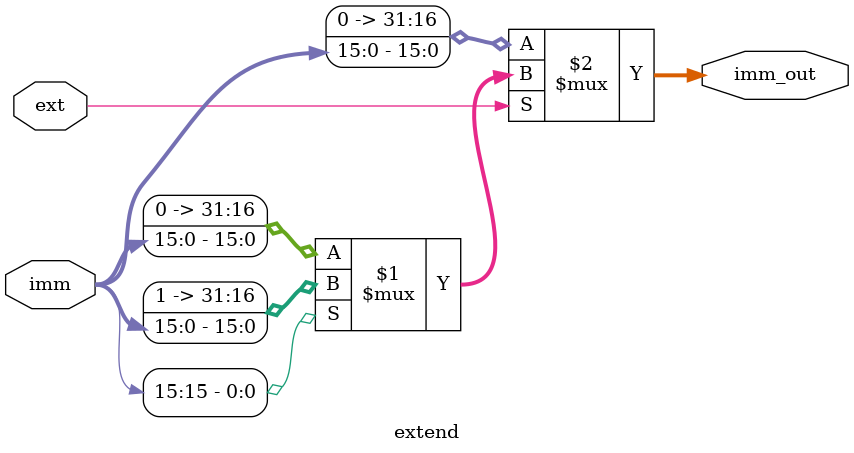
<source format=v>
module extend(imm,ext,imm_out);
	input [15:0]imm;
	input ext;
	output [31:0]imm_out;
	//sign-extend when ext==1,else zero-extend
	assign imm_out=ext?imm[15]?{16'hffff,imm}:{16'h0000,imm}:
				   {16'h0000,imm};
endmodule
</source>
